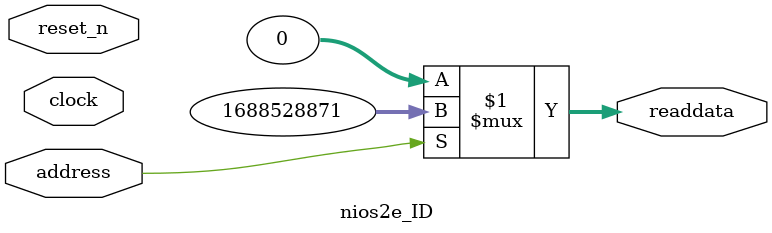
<source format=v>



// synthesis translate_off
`timescale 1ns / 1ps
// synthesis translate_on

// turn off superfluous verilog processor warnings 
// altera message_level Level1 
// altera message_off 10034 10035 10036 10037 10230 10240 10030 

module nios2e_ID (
               // inputs:
                address,
                clock,
                reset_n,

               // outputs:
                readdata
             )
;

  output  [ 31: 0] readdata;
  input            address;
  input            clock;
  input            reset_n;

  wire    [ 31: 0] readdata;
  //control_slave, which is an e_avalon_slave
  assign readdata = address ? 1688528871 : 0;

endmodule



</source>
